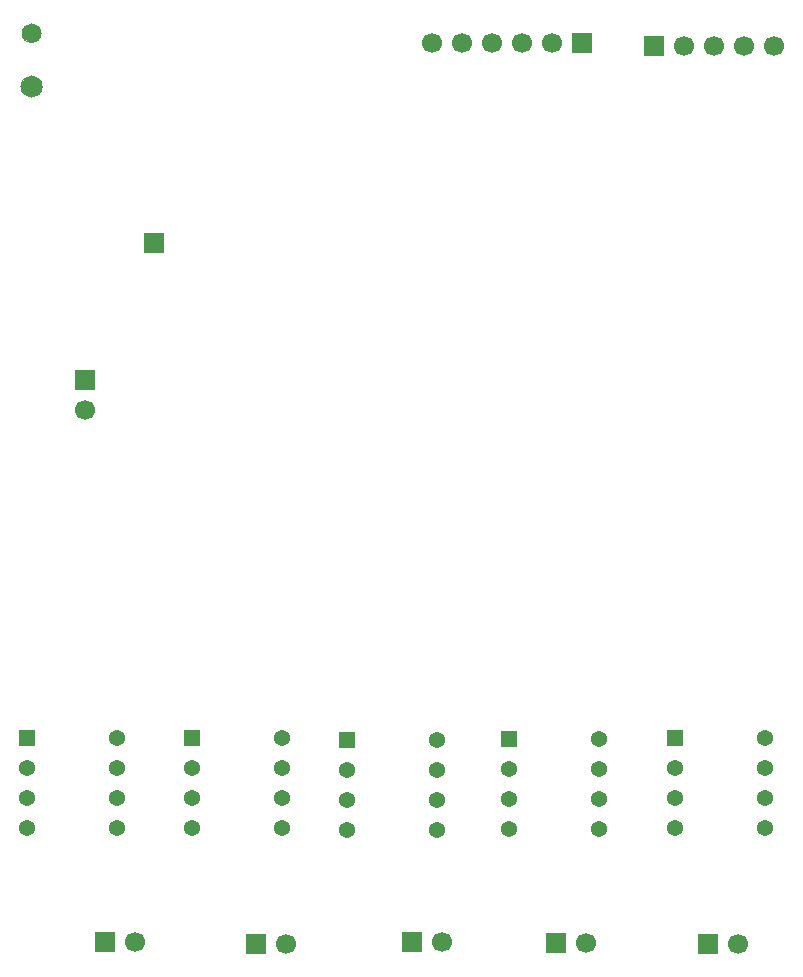
<source format=gbr>
%TF.GenerationSoftware,KiCad,Pcbnew,9.0.4*%
%TF.CreationDate,2025-10-16T20:52:45-05:00*%
%TF.ProjectId,RemoteControl,52656d6f-7465-4436-9f6e-74726f6c2e6b,rev?*%
%TF.SameCoordinates,Original*%
%TF.FileFunction,Soldermask,Bot*%
%TF.FilePolarity,Negative*%
%FSLAX46Y46*%
G04 Gerber Fmt 4.6, Leading zero omitted, Abs format (unit mm)*
G04 Created by KiCad (PCBNEW 9.0.4) date 2025-10-16 20:52:45*
%MOMM*%
%LPD*%
G01*
G04 APERTURE LIST*
%ADD10C,0.120000*%
%ADD11R,1.700000X1.700000*%
%ADD12C,1.700000*%
%ADD13R,1.371600X1.371600*%
%ADD14C,1.371600*%
%ADD15C,1.800000*%
%ADD16C,1.600000*%
G04 APERTURE END LIST*
D10*
%TO.C,J1*%
X104800000Y-54810000D02*
G75*
G02*
X103200000Y-54810000I-800000J0D01*
G01*
X103200000Y-54810000D02*
G75*
G02*
X104800000Y-54810000I800000J0D01*
G01*
X104900000Y-59310000D02*
G75*
G02*
X103100000Y-59310000I-900000J0D01*
G01*
X103100000Y-59310000D02*
G75*
G02*
X104900000Y-59310000I900000J0D01*
G01*
%TD*%
D11*
%TO.C,J8*%
X123010000Y-131880000D03*
D12*
X125550000Y-131880000D03*
%TD*%
D11*
%TO.C,J3*%
X156718000Y-55880000D03*
D12*
X159258000Y-55880000D03*
X161798000Y-55880000D03*
X164338000Y-55880000D03*
X166878000Y-55880000D03*
%TD*%
D11*
%TO.C,J5*%
X150622000Y-55626000D03*
D12*
X148082000Y-55626000D03*
X145542000Y-55626000D03*
X143002000Y-55626000D03*
X140462000Y-55626000D03*
X137922000Y-55626000D03*
%TD*%
D11*
%TO.C,J11*%
X108540000Y-84171000D03*
D12*
X108540000Y-86711000D03*
%TD*%
D11*
%TO.C,J10*%
X114360000Y-72570000D03*
%TD*%
%TO.C,J9*%
X110210000Y-131730000D03*
D12*
X112750000Y-131730000D03*
%TD*%
D13*
%TO.C,U7*%
X117602000Y-114427000D03*
D14*
X117602000Y-116967000D03*
X117602000Y-119507000D03*
X117602000Y-122047000D03*
X125222000Y-122047000D03*
X125222000Y-119507000D03*
X125222000Y-116967000D03*
X125222000Y-114427000D03*
%TD*%
D13*
%TO.C,U6*%
X158440000Y-114490000D03*
D14*
X158440000Y-117030000D03*
X158440000Y-119570000D03*
X158440000Y-122110000D03*
X166060000Y-122110000D03*
X166060000Y-119570000D03*
X166060000Y-117030000D03*
X166060000Y-114490000D03*
%TD*%
D11*
%TO.C,J4*%
X136210000Y-131730000D03*
D12*
X138750000Y-131730000D03*
%TD*%
D15*
%TO.C,J1*%
X104000000Y-59310000D03*
D16*
X104000000Y-54810000D03*
%TD*%
D13*
%TO.C,U4*%
X130683000Y-114630200D03*
D14*
X130683000Y-117170200D03*
X130683000Y-119710200D03*
X130683000Y-122250200D03*
X138303000Y-122250200D03*
X138303000Y-119710200D03*
X138303000Y-117170200D03*
X138303000Y-114630200D03*
%TD*%
D13*
%TO.C,U8*%
X103632000Y-114427000D03*
D14*
X103632000Y-116967000D03*
X103632000Y-119507000D03*
X103632000Y-122047000D03*
X111252000Y-122047000D03*
X111252000Y-119507000D03*
X111252000Y-116967000D03*
X111252000Y-114427000D03*
%TD*%
D11*
%TO.C,J7*%
X161260000Y-131880000D03*
D12*
X163800000Y-131880000D03*
%TD*%
D11*
%TO.C,J6*%
X148380000Y-131810000D03*
D12*
X150920000Y-131810000D03*
%TD*%
D13*
%TO.C,U5*%
X144390000Y-114540000D03*
D14*
X144390000Y-117080000D03*
X144390000Y-119620000D03*
X144390000Y-122160000D03*
X152010000Y-122160000D03*
X152010000Y-119620000D03*
X152010000Y-117080000D03*
X152010000Y-114540000D03*
%TD*%
M02*

</source>
